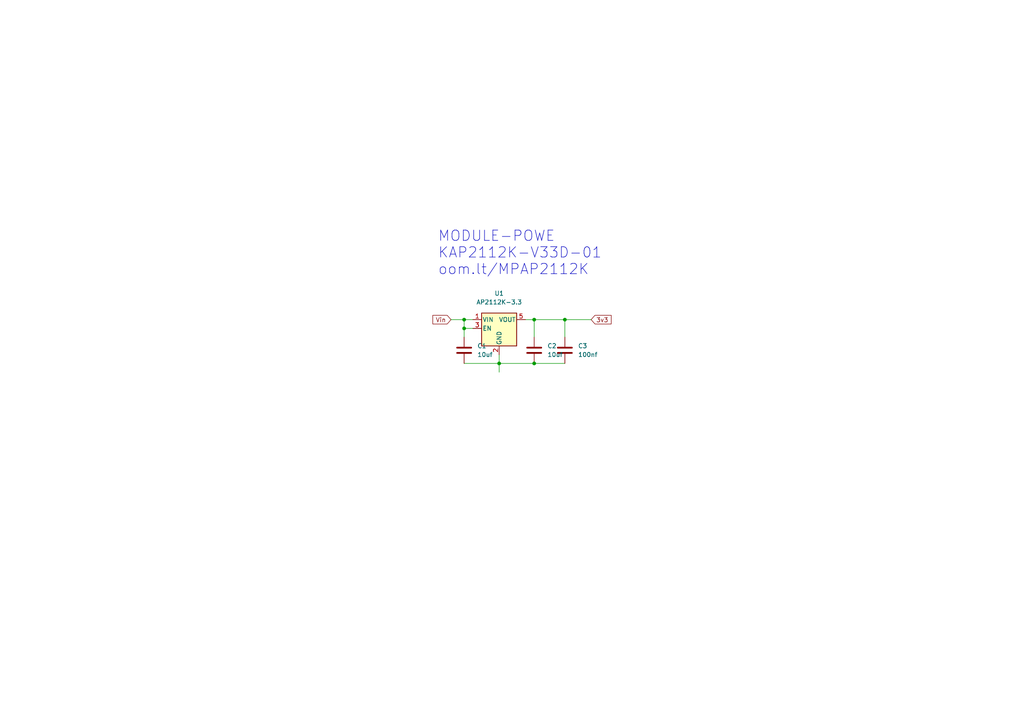
<source format=kicad_sch>
(kicad_sch (version 20211123) (generator eeschema)
  (paper "A4")
  (lib_symbols
    (symbol "Device:C" (pin_numbers hide) (pin_names (offset 0.254))
      (property "Reference" "C" (at 0.635 2.54 0))
      (property "Value" "C" (at 0.635 -2.54 0))
      (symbol "C_0_1"
        (polyline (pts (xy -2.032 -0.762) (xy 2.032 -0.762)) (stroke (width 0.508)))
        (polyline (pts (xy -2.032 0.762) (xy 2.032 0.762)) (stroke (width 0.508)))
      )
      (symbol "C_1_1"
        (pin passive line (at 0 3.81 270) (length 2.794) (name "~") (number "1"))
        (pin passive line (at 0 -3.81 90) (length 2.794) (name "~") (number "2"))
      )
    )
    (symbol "Regulator_Linear:AP2112K-3.3" (pin_names (offset 0.254))
      (property "Reference" "U" (at -5.08 5.715 0))
      (property "Value" "AP2112K-3.3" (at 0 5.715 0))
      (symbol "AP2112K-3.3_0_1"
        (rectangle (start -5.08 4.445) (end 5.08 -5.08) (stroke (width 0.254)) (fill (type background)))
      )
      (symbol "AP2112K-3.3_1_1"
        (pin power_in line (at -7.62 2.54 0) (length 2.54) (name "VIN") (number "1"))
        (pin power_in line (at 0 -7.62 90) (length 2.54) (name "GND") (number "2"))
        (pin input line (at -7.62 0 0) (length 2.54) (name "EN") (number "3"))
        (pin no_connect line (at 5.08 0 180) (length 2.54) hide (name "NC") (number "4"))
        (pin power_out line (at 7.62 2.54 180) (length 2.54) (name "VOUT") (number "5"))
      )
    )
  )
  (junction (at 134.62 92.71))
  (junction (at 163.83 92.71))
  (junction (at 144.78 105.41))
  (junction (at 154.94 92.71))
  (junction (at 134.62 95.25))
  (junction (at 154.94 105.41))
  (wire (pts (xy 154.94 92.71) (xy 163.83 92.71)))
  (wire (pts (xy 163.83 92.71) (xy 163.83 97.79)))
  (wire (pts (xy 134.62 105.41) (xy 144.78 105.41)))
  (wire (pts (xy 134.62 95.25) (xy 134.62 92.71)))
  (wire (pts (xy 144.78 102.87) (xy 144.78 105.41)))
  (wire (pts (xy 163.83 92.71) (xy 171.45 92.71)))
  (wire (pts (xy 134.62 95.25) (xy 134.62 97.79)))
  (wire (pts (xy 144.78 105.41) (xy 154.94 105.41)))
  (wire (pts (xy 144.78 105.41) (xy 144.78 107.95)))
  (wire (pts (xy 130.81 92.71) (xy 134.62 92.71)))
  (wire (pts (xy 152.4 92.71) (xy 154.94 92.71)))
  (wire (pts (xy 154.94 105.41) (xy 163.83 105.41)))
  (wire (pts (xy 154.94 92.71) (xy 154.94 97.79)))
  (wire (pts (xy 134.62 92.71) (xy 137.16 92.71)))
  (wire (pts (xy 137.16 95.25) (xy 134.62 95.25)))
  (text "MODULE-POWE\nKAP2112K-V33D-01\noom.lt/MPAP2112K" (at 127 80.01 0) (effects (font (size 3 3)) (justify left bottom)))
  (global_label "Vin" (shape input) (at 130.81 92.71 180) (property "Intersheet References" "${INTERSHEET_REFS}" (effects hide)))
  (global_label "3v3" (shape input) (at 171.45 92.71 0) (property "Intersheet References" "${INTERSHEET_REFS}" (effects hide)))
  (symbol (lib_id "Device:C") (at 163.83 101.6 0) (unit 1)
    (property "Reference" "C3" (at 167.64 100.3299 0) (effects (justify left)))
    (property "Value" "100nf" (at 167.64 102.8699 0) (effects (justify left)))
    (property "Footprint" "Capacitor_SMD:C_0603_1608Metric" (effects hide))
  )
  (symbol (lib_id "Device:C") (at 134.62 101.6 0) (unit 1)
    (property "Reference" "C1" (at 138.43 100.3299 0) (effects (justify left)))
    (property "Value" "10uf" (at 138.43 102.8699 0) (effects (justify left)))
    (property "Footprint" "Capacitor_SMD:C_0805_2012Metric" (effects hide))
  )
  (symbol (lib_id "Device:C") (at 154.94 101.6 0) (unit 1)
    (property "Reference" "C2" (at 158.75 100.3299 0) (effects (justify left)))
    (property "Value" "10uf" (at 158.75 102.8699 0) (effects (justify left)))
    (property "Footprint" "Capacitor_SMD:C_0805_2012Metric" (effects hide))
  )
  (symbol (lib_id "Regulator_Linear:AP2112K-3.3") (at 144.78 95.25 0) (unit 1)
    (property "Reference" "U1" (at 144.78 85.09 0))
    (property "Value" "AP2112K-3.3" (at 144.78 87.63 0))
    (property "Footprint" "Package_TO_SOT_SMD:SOT-23-5" (effects hide))
    (property "Datasheet" "https://www.diodes.com/assets/Datasheets/AP2112.pdf" (effects hide))
  )
)
</source>
